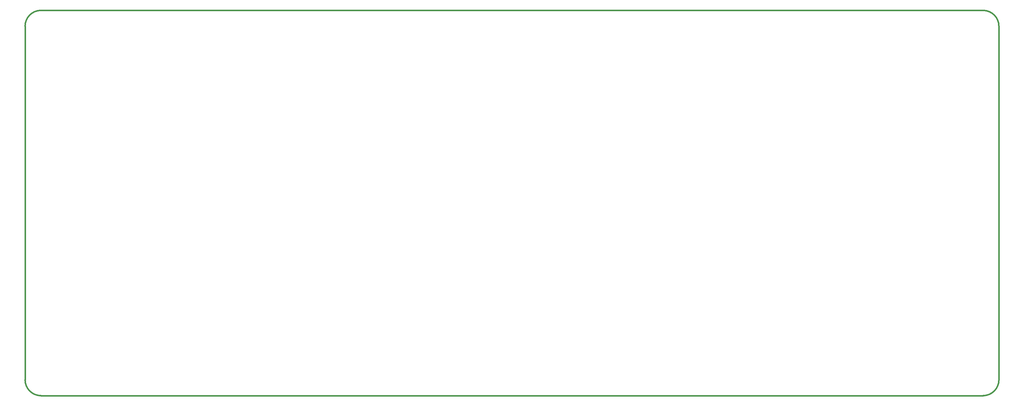
<source format=gbo>
G04 #@! TF.GenerationSoftware,KiCad,Pcbnew,(5.1.12)-1*
G04 #@! TF.CreationDate,2023-01-29T13:19:21+01:00*
G04 #@! TF.ProjectId,Keyboard,4b657962-6f61-4726-942e-6b696361645f,rev?*
G04 #@! TF.SameCoordinates,PX5baf6f8PY4eb9cf0*
G04 #@! TF.FileFunction,Legend,Bot*
G04 #@! TF.FilePolarity,Positive*
%FSLAX46Y46*%
G04 Gerber Fmt 4.6, Leading zero omitted, Abs format (unit mm)*
G04 Created by KiCad (PCBNEW (5.1.12)-1) date 2023-01-29 13:19:21*
%MOMM*%
%LPD*%
G01*
G04 APERTURE LIST*
G04 #@! TA.AperFunction,Profile*
%ADD10C,0.381000*%
G04 #@! TD*
G04 APERTURE END LIST*
D10*
X0Y-2540000D02*
G75*
G02*
X4445000Y1905000I4445000J0D01*
G01*
X4445000Y-105918000D02*
G75*
G02*
X0Y-101473000I0J4445000D01*
G01*
X0Y-101473000D02*
X0Y-2540000D01*
X267716000Y-105918000D02*
X4445000Y-105918000D01*
X272161000Y-101473000D02*
X272161000Y-2540000D01*
X4445000Y1905000D02*
X267716000Y1905000D01*
X272161000Y-101473000D02*
G75*
G02*
X267716000Y-105918000I-4445000J0D01*
G01*
X267716000Y1905000D02*
G75*
G02*
X272161000Y-2540000I0J-4445000D01*
G01*
M02*

</source>
